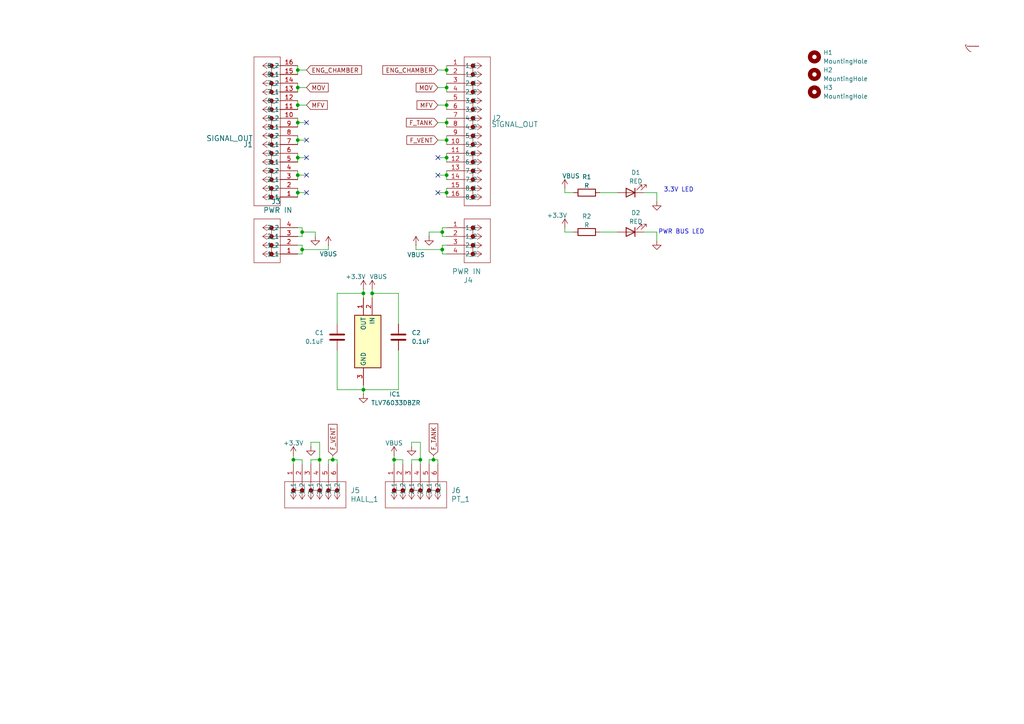
<source format=kicad_sch>
(kicad_sch (version 20231120) (generator "eeschema") (generator_version "8.0")
  (paper "A4")
  (lib_symbols
    (symbol "Device:C" (pin_numbers hide) (pin_names (offset 0.254))
      (property "Reference" "C" (at 0.635 2.54 0))
      (property "Value" "C" (at 0.635 -2.54 0))
      (symbol "C_1_1"
        (pin passive line (at 0 3.81 270) (length 2.794) (name "~") (number "1"))
        (pin passive line (at 0 -3.81 90) (length 2.794) (name "~") (number "2"))
      )
    )
    (symbol "Device:LED" (pin_numbers hide) (pin_names (offset 1.016) hide)
      (property "Reference" "D" (at 0 2.54 0))
      (property "Value" "LED" (at 0 -2.54 0))
      (symbol "LED_1_1"
        (pin passive line (at -3.81 0 0) (length 2.54) (name "K") (number "1"))
        (pin passive line (at 3.81 0 180) (length 2.54) (name "A") (number "2"))
      )
    )
    (symbol "Device:R" (pin_numbers hide) (pin_names (offset 0))
      (property "Reference" "R" (at 2.032 0 90))
      (property "Value" "R" (at 0 0 90))
      (symbol "R_1_1"
        (pin passive line (at 0 3.81 270) (length 1.27) (name "~") (number "1"))
        (pin passive line (at 0 -3.81 90) (length 1.27) (name "~") (number "2"))
      )
    )
    (symbol "Mechanical:MountingHole" (pin_names (offset 1.016)) (exclude_from_sim yes) (in_bom no)
      (property "Reference" "H" (at 0 5.08 0))
      (property "Value" "MountingHole" (at 0 3.175 0))
    )
    (symbol "SDSU RP:LOGO" (pin_names (offset 1.016)))
    (symbol "TLV76033DBZR:TLV76033DBZR"
      (property "Reference" "IC" (at 21.59 7.62 0))
      (property "Value" "TLV76033DBZR" (at 21.59 5.08 0))
      (symbol "TLV76033DBZR_1_1"
        (pin passive line (at 0 0 0) (length 5.08) (name "OUT") (number "1"))
        (pin passive line (at 0 -2.54 0) (length 5.08) (name "IN") (number "2"))
        (pin passive line (at 25.4 0 180) (length 5.08) (name "GND") (number "3"))
      )
    )
    (symbol "Wago_2601_1102:2601-1102" (pin_names (offset 0.254))
      (property "Reference" "J" (at 8.89 6.35 0))
      (property "Value" "2601-1102" (at 0 0 0))
      (symbol "2601-1102_1_1"
        (pin unspecified line (at 0 0 0) (length 5.08) (name "1_1") (number "1"))
        (pin unspecified line (at 0 -2.54 0) (length 5.08) (name "1_2") (number "2"))
        (pin unspecified line (at 0 -5.08 0) (length 5.08) (name "2_1") (number "3"))
        (pin unspecified line (at 0 -7.62 0) (length 5.08) (name "2_2") (number "4"))
      )
    )
    (symbol "Wago_2601_1103:2601-1103" (pin_names (offset 0.254))
      (property "Reference" "J" (at 8.89 6.35 0))
      (property "Value" "2601-1103" (at 0 0 0))
      (symbol "2601-1103_1_1"
        (pin unspecified line (at 0 0 0) (length 5.08) (name "1_1") (number "1"))
        (pin unspecified line (at 0 -2.54 0) (length 5.08) (name "1_2") (number "2"))
        (pin unspecified line (at 0 -5.08 0) (length 5.08) (name "2_1") (number "3"))
        (pin unspecified line (at 0 -7.62 0) (length 5.08) (name "2_2") (number "4"))
        (pin unspecified line (at 0 -10.16 0) (length 5.08) (name "3_1") (number "5"))
        (pin unspecified line (at 0 -12.7 0) (length 5.08) (name "3_2") (number "6"))
      )
    )
    (symbol "Wago_2601_1108:2601-1108" (pin_names (offset 0.254))
      (property "Reference" "J" (at 8.89 6.35 0))
      (property "Value" "2601-1108" (at 0 0 0))
      (symbol "2601-1108_1_1"
        (pin unspecified line (at 0 0 0) (length 5.08) (name "1_1") (number "1"))
        (pin unspecified line (at 0 -22.86 0) (length 5.08) (name "5_2") (number "10"))
        (pin unspecified line (at 0 -25.4 0) (length 5.08) (name "6_1") (number "11"))
        (pin unspecified line (at 0 -27.94 0) (length 5.08) (name "6_2") (number "12"))
        (pin unspecified line (at 0 -30.48 0) (length 5.08) (name "7_1") (number "13"))
        (pin unspecified line (at 0 -33.02 0) (length 5.08) (name "7_2") (number "14"))
        (pin unspecified line (at 0 -35.56 0) (length 5.08) (name "8_1") (number "15"))
        (pin unspecified line (at 0 -38.1 0) (length 5.08) (name "8_2") (number "16"))
        (pin unspecified line (at 0 -2.54 0) (length 5.08) (name "1_2") (number "2"))
        (pin unspecified line (at 0 -5.08 0) (length 5.08) (name "2_1") (number "3"))
        (pin unspecified line (at 0 -7.62 0) (length 5.08) (name "2_2") (number "4"))
        (pin unspecified line (at 0 -10.16 0) (length 5.08) (name "3_1") (number "5"))
        (pin unspecified line (at 0 -12.7 0) (length 5.08) (name "3_2") (number "6"))
        (pin unspecified line (at 0 -15.24 0) (length 5.08) (name "4_1") (number "7"))
        (pin unspecified line (at 0 -17.78 0) (length 5.08) (name "4_2") (number "8"))
        (pin unspecified line (at 0 -20.32 0) (length 5.08) (name "5_1") (number "9"))
      )
    )
    (symbol "power:+3.3V" (power) (pin_numbers hide) (pin_names (offset 0) hide)
      (property "Value" "+3.3V" (at 0 3.556 0))
      (symbol "+3.3V_1_1"
        (pin power_in line (at 0 0 90) (length 0) (name "~") (number "1"))
      )
    )
    (symbol "power:GND" (power) (pin_numbers hide) (pin_names (offset 0) hide)
      (property "Value" "GND" (at 0 -3.81 0))
      (symbol "GND_1_1"
        (pin power_in line (at 0 0 270) (length 0) (name "~") (number "1"))
      )
    )
    (symbol "power:VBUS" (power) (pin_numbers hide) (pin_names (offset 0) hide)
      (property "Value" "VBUS" (at 0 3.556 0))
      (symbol "VBUS_1_1"
        (pin power_in line (at 0 0 90) (length 0) (name "~") (number "1"))
      )
    )
  )
  (junction (at 86.36 40.64))
  (junction (at 87.63 72.39))
  (junction (at 86.36 25.4))
  (junction (at 87.63 67.31))
  (junction (at 121.92 133.35))
  (junction (at 129.54 20.32))
  (junction (at 85.09 133.35))
  (junction (at 129.54 40.64))
  (junction (at 125.73 133.35))
  (junction (at 86.36 55.88))
  (junction (at 129.54 55.88))
  (junction (at 105.41 85.09))
  (junction (at 86.36 50.8))
  (junction (at 92.71 133.35))
  (junction (at 86.36 30.48))
  (junction (at 129.54 35.56))
  (junction (at 128.27 72.39))
  (junction (at 96.52 133.35))
  (junction (at 86.36 35.56))
  (junction (at 129.54 50.8))
  (junction (at 129.54 30.48))
  (junction (at 86.36 45.72))
  (junction (at 105.41 113.03))
  (junction (at 129.54 25.4))
  (junction (at 107.95 85.09))
  (junction (at 128.27 67.31))
  (junction (at 86.36 20.32))
  (junction (at 114.3 133.35))
  (junction (at 129.54 45.72))
  (no_connect (at 88.9 45.72))
  (no_connect (at 88.9 35.56))
  (no_connect (at 88.9 50.8))
  (no_connect (at 127 55.88))
  (no_connect (at 127 50.8))
  (no_connect (at 88.9 40.64))
  (no_connect (at 127 45.72))
  (no_connect (at 88.9 55.88))
  (no_connect (at -7.62 213.36))
  (wire (pts (xy 107.95 83.82) (xy 107.95 85.09)))
  (wire (pts (xy 129.54 29.21) (xy 129.54 30.48)))
  (wire (pts (xy 114.3 134.62) (xy 114.3 133.35)))
  (wire (pts (xy 90.17 134.62) (xy 90.17 133.35)))
  (wire (pts (xy 129.54 25.4) (xy 129.54 26.67)))
  (wire (pts (xy 85.09 133.35) (xy 87.63 133.35)))
  (wire (pts (xy 97.79 93.98) (xy 97.79 85.09)))
  (wire (pts (xy 86.36 30.48) (xy 86.36 31.75)))
  (wire (pts (xy 92.71 128.27) (xy 92.71 133.35)))
  (wire (pts (xy 129.54 20.32) (xy 129.54 21.59)))
  (wire (pts (xy 115.57 93.98) (xy 115.57 85.09)))
  (wire (pts (xy 105.41 85.09) (xy 105.41 86.36)))
  (wire (pts (xy 125.73 132.08) (xy 125.73 133.35)))
  (wire (pts (xy 119.38 128.27) (xy 121.92 128.27)))
  (wire (pts (xy 105.41 113.03) (xy 105.41 114.3)))
  (wire (pts (xy 127 133.35) (xy 127 134.62)))
  (wire (pts (xy 90.17 129.54) (xy 90.17 128.27)))
  (wire (pts (xy 128.27 67.31) (xy 124.46 67.31)))
  (wire (pts (xy 86.36 39.37) (xy 86.36 40.64)))
  (wire (pts (xy 86.36 24.13) (xy 86.36 25.4)))
  (wire (pts (xy 128.27 72.39) (xy 120.65 72.39)))
  (wire (pts (xy 88.9 40.64) (xy 86.36 40.64)))
  (wire (pts (xy 86.36 19.05) (xy 86.36 20.32)))
  (wire (pts (xy 127 40.64) (xy 129.54 40.64)))
  (wire (pts (xy 86.36 54.61) (xy 86.36 55.88)))
  (wire (pts (xy 86.36 49.53) (xy 86.36 50.8)))
  (wire (pts (xy 90.17 128.27) (xy 92.71 128.27)))
  (wire (pts (xy 87.63 72.39) (xy 95.25 72.39)))
  (wire (pts (xy 86.36 71.12) (xy 87.63 71.12)))
  (wire (pts (xy 129.54 19.05) (xy 129.54 20.32)))
  (wire (pts (xy 124.46 133.35) (xy 125.73 133.35)))
  (wire (pts (xy 163.83 66.04) (xy 163.83 67.31)))
  (wire (pts (xy 88.9 55.88) (xy 86.36 55.88)))
  (wire (pts (xy 95.25 72.39) (xy 95.25 71.12)))
  (wire (pts (xy 128.27 73.66) (xy 129.54 73.66)))
  (wire (pts (xy 91.44 67.31) (xy 91.44 68.58)))
  (wire (pts (xy 127 45.72) (xy 129.54 45.72)))
  (wire (pts (xy 119.38 129.54) (xy 119.38 128.27)))
  (wire (pts (xy 107.95 85.09) (xy 115.57 85.09)))
  (wire (pts (xy 120.65 71.12) (xy 120.65 72.39)))
  (wire (pts (xy 86.36 40.64) (xy 86.36 41.91)))
  (wire (pts (xy 128.27 66.04) (xy 129.54 66.04)))
  (wire (pts (xy 86.36 68.58) (xy 87.63 68.58)))
  (wire (pts (xy 129.54 45.72) (xy 129.54 46.99)))
  (wire (pts (xy 190.5 67.31) (xy 190.5 69.85)))
  (wire (pts (xy 96.52 132.08) (xy 96.52 133.35)))
  (wire (pts (xy 86.36 44.45) (xy 86.36 45.72)))
  (wire (pts (xy 105.41 83.82) (xy 105.41 85.09)))
  (wire (pts (xy 97.79 101.6) (xy 97.79 113.03)))
  (wire (pts (xy 173.99 55.88) (xy 179.07 55.88)))
  (wire (pts (xy 97.79 85.09) (xy 105.41 85.09)))
  (wire (pts (xy 163.83 55.88) (xy 166.37 55.88)))
  (wire (pts (xy 119.38 133.35) (xy 121.92 133.35)))
  (wire (pts (xy 116.84 133.35) (xy 116.84 134.62)))
  (wire (pts (xy 88.9 45.72) (xy 86.36 45.72)))
  (wire (pts (xy 121.92 128.27) (xy 121.92 133.35)))
  (wire (pts (xy 129.54 30.48) (xy 129.54 31.75)))
  (wire (pts (xy 128.27 73.66) (xy 128.27 72.39)))
  (wire (pts (xy 115.57 101.6) (xy 115.57 113.03)))
  (wire (pts (xy 95.25 133.35) (xy 96.52 133.35)))
  (wire (pts (xy 129.54 44.45) (xy 129.54 45.72)))
  (wire (pts (xy 90.17 133.35) (xy 92.71 133.35)))
  (wire (pts (xy 121.92 133.35) (xy 121.92 134.62)))
  (wire (pts (xy 88.9 25.4) (xy 86.36 25.4)))
  (wire (pts (xy 95.25 134.62) (xy 95.25 133.35)))
  (wire (pts (xy 86.36 25.4) (xy 86.36 26.67)))
  (wire (pts (xy 129.54 54.61) (xy 129.54 55.88)))
  (wire (pts (xy 129.54 34.29) (xy 129.54 35.56)))
  (wire (pts (xy 129.54 55.88) (xy 129.54 57.15)))
  (wire (pts (xy 186.69 55.88) (xy 190.5 55.88)))
  (wire (pts (xy 86.36 55.88) (xy 86.36 57.15)))
  (wire (pts (xy 129.54 24.13) (xy 129.54 25.4)))
  (wire (pts (xy 85.09 134.62) (xy 85.09 133.35)))
  (wire (pts (xy 186.69 67.31) (xy 190.5 67.31)))
  (wire (pts (xy 86.36 35.56) (xy 86.36 36.83)))
  (wire (pts (xy 86.36 34.29) (xy 86.36 35.56)))
  (wire (pts (xy 114.3 132.08) (xy 114.3 133.35)))
  (wire (pts (xy 87.63 73.66) (xy 87.63 72.39)))
  (wire (pts (xy 129.54 40.64) (xy 129.54 41.91)))
  (wire (pts (xy 129.54 39.37) (xy 129.54 40.64)))
  (wire (pts (xy 85.09 132.08) (xy 85.09 133.35)))
  (wire (pts (xy 128.27 71.12) (xy 129.54 71.12)))
  (wire (pts (xy 127 50.8) (xy 129.54 50.8)))
  (wire (pts (xy 128.27 68.58) (xy 129.54 68.58)))
  (wire (pts (xy 88.9 50.8) (xy 86.36 50.8)))
  (wire (pts (xy 114.3 133.35) (xy 116.84 133.35)))
  (wire (pts (xy 105.41 111.76) (xy 105.41 113.03)))
  (wire (pts (xy 92.71 133.35) (xy 92.71 134.62)))
  (wire (pts (xy 86.36 45.72) (xy 86.36 46.99)))
  (wire (pts (xy 86.36 66.04) (xy 87.63 66.04)))
  (wire (pts (xy 124.46 134.62) (xy 124.46 133.35)))
  (wire (pts (xy 127 55.88) (xy 129.54 55.88)))
  (wire (pts (xy 87.63 67.31) (xy 91.44 67.31)))
  (wire (pts (xy 127 30.48) (xy 129.54 30.48)))
  (wire (pts (xy 86.36 29.21) (xy 86.36 30.48)))
  (wire (pts (xy 88.9 20.32) (xy 86.36 20.32)))
  (wire (pts (xy 96.52 133.35) (xy 97.79 133.35)))
  (wire (pts (xy 127 25.4) (xy 129.54 25.4)))
  (wire (pts (xy 128.27 71.12) (xy 128.27 72.39)))
  (wire (pts (xy 88.9 35.56) (xy 86.36 35.56)))
  (wire (pts (xy 87.63 71.12) (xy 87.63 72.39)))
  (wire (pts (xy 124.46 67.31) (xy 124.46 68.58)))
  (wire (pts (xy 163.83 67.31) (xy 166.37 67.31)))
  (wire (pts (xy 105.41 113.03) (xy 115.57 113.03)))
  (wire (pts (xy 88.9 30.48) (xy 86.36 30.48)))
  (wire (pts (xy 129.54 49.53) (xy 129.54 50.8)))
  (wire (pts (xy 87.63 133.35) (xy 87.63 134.62)))
  (wire (pts (xy 128.27 67.31) (xy 128.27 68.58)))
  (wire (pts (xy 173.99 67.31) (xy 179.07 67.31)))
  (wire (pts (xy 163.83 54.61) (xy 163.83 55.88)))
  (wire (pts (xy 86.36 20.32) (xy 86.36 21.59)))
  (wire (pts (xy 86.36 73.66) (xy 87.63 73.66)))
  (wire (pts (xy 128.27 66.04) (xy 128.27 67.31)))
  (wire (pts (xy 97.79 113.03) (xy 105.41 113.03)))
  (wire (pts (xy 97.79 133.35) (xy 97.79 134.62)))
  (wire (pts (xy 87.63 66.04) (xy 87.63 67.31)))
  (wire (pts (xy 129.54 35.56) (xy 129.54 36.83)))
  (wire (pts (xy 127 20.32) (xy 129.54 20.32)))
  (wire (pts (xy 129.54 50.8) (xy 129.54 52.07)))
  (wire (pts (xy 190.5 55.88) (xy 190.5 58.42)))
  (wire (pts (xy 119.38 134.62) (xy 119.38 133.35)))
  (wire (pts (xy 86.36 50.8) (xy 86.36 52.07)))
  (wire (pts (xy 127 35.56) (xy 129.54 35.56)))
  (wire (pts (xy 87.63 67.31) (xy 87.63 68.58)))
  (wire (pts (xy 107.95 85.09) (xy 107.95 86.36)))
  (wire (pts (xy 125.73 133.35) (xy 127 133.35)))
  (text "PWR BUS LED" (at 197.612 67.31 0) (effects (font (size 1.27 1.27))))
  (text "3.3V LED" (at 196.85 55.118 0) (effects (font (size 1.27 1.27))))
  (global_label "F_TANK" (shape input) (at 125.73 132.08 90) (property "Intersheetrefs" "${INTERSHEET_REFS}" (effects (hide yes))))
  (global_label "MOV" (shape input) (at 88.9 25.4 0) (property "Intersheetrefs" "${INTERSHEET_REFS}" (effects (hide yes))))
  (global_label "F_VENT" (shape input) (at 96.52 132.08 90) (property "Intersheetrefs" "${INTERSHEET_REFS}" (effects (hide yes))))
  (global_label "ENG_CHAMBER" (shape input) (at 127 20.32 180) (property "Intersheetrefs" "${INTERSHEET_REFS}" (effects (hide yes))))
  (global_label "MOV" (shape input) (at 127 25.4 180) (property "Intersheetrefs" "${INTERSHEET_REFS}" (effects (hide yes))))
  (global_label "ENG_CHAMBER" (shape input) (at 88.9 20.32 0) (property "Intersheetrefs" "${INTERSHEET_REFS}" (effects (hide yes))))
  (global_label "MFV" (shape input) (at 88.9 30.48 0) (property "Intersheetrefs" "${INTERSHEET_REFS}" (effects (hide yes))))
  (global_label "F_VENT" (shape input) (at 127 40.64 180) (property "Intersheetrefs" "${INTERSHEET_REFS}" (effects (hide yes))))
  (global_label "F_TANK" (shape input) (at 127 35.56 180) (property "Intersheetrefs" "${INTERSHEET_REFS}" (effects (hide yes))))
  (global_label "MFV" (shape input) (at 127 30.48 180) (property "Intersheetrefs" "${INTERSHEET_REFS}" (effects (hide yes))))
  (symbol (lib_id "Wago_2601_1102:2601-1102") (at 129.54 66.04 0) (unit 1)
    (property "Reference" "J4" (at 134.366 81.28 0) (effects (font (size 1.524 1.524)) (justify left)))
    (property "Value" "PWR IN" (at 131.064 78.74 0) (effects (font (size 1.524 1.524)) (justify left)))
    (property "Footprint" "Wago_2601_1102:CONN2_2601-1102_WAG" (effects (hide yes)))
    (property "Datasheet" "2601-1102" (effects (hide yes)))
  )
  (symbol (lib_id "power:VBUS") (at 95.25 71.12 0) (unit 1)
    (property "Reference" "#PWR07" (effects (hide yes)))
    (property "Value" "VBUS" (at 95.25 73.66 0))
    (property "Description" "Power symbol creates a global label with name \"VBUS\"" (effects (hide yes)))
  )
  (symbol (lib_id "Wago_2601_1108:2601-1108") (at 86.36 57.15 180) (unit 1)
    (property "Reference" "J1" (at 73.406 41.91 0) (effects (font (size 1.524 1.524)) (justify left)))
    (property "Value" "SIGNAL_OUT" (at 73.406 40.132 0) (effects (font (size 1.524 1.524)) (justify left)))
    (property "Footprint" "Wago_2601_1108:CONN8_2601-1108_WAG" (effects (hide yes)))
    (property "Datasheet" "2601-1108" (effects (hide yes)))
  )
  (symbol (lib_id "TLV76033DBZR:TLV76033DBZR") (at 105.41 86.36 90) (mirror x) (unit 1)
    (property "Reference" "IC1" (at 114.554 114.3 90))
    (property "Value" "TLV76033DBZR" (at 114.808 116.84 90))
    (property "Footprint" "TLV76033DBZR:SOT95P237X112-3N" (effects (hide yes)))
    (property "Datasheet" "https://www.ti.com/lit/gpn/TLV760" (effects (hide yes)))
    (property "Description" "100-mA, 30-V, low-dropout voltage regulator" (effects (hide yes)))
    (property "Height" "1.12" (effects (hide yes)))
    (property "Mouser Part Number" "595-TLV76033DBZR" (effects (hide yes)))
    (property "Mouser Price/Stock" "https://www.mouser.co.uk/ProductDetail/Texas-Instruments/TLV76033DBZR?qs=HXFqYaX1Q2ypNrzTk0Gsfw%3D%3D" (effects (hide yes)))
    (property "Manufacturer_Name" "Texas Instruments" (effects (hide yes)))
    (property "Manufacturer_Part_Number" "TLV76033DBZR" (effects (hide yes)))
  )
  (symbol (lib_id "Device:LED") (at 182.88 55.88 180) (unit 1)
    (property "Reference" "D1" (at 184.404 50.038 0))
    (property "Value" "RED" (at 184.404 52.578 0))
    (property "Footprint" "LED_SMD:LED_0805_2012Metric" (effects (hide yes)))
    (property "Description" "Light emitting diode" (effects (hide yes)))
  )
  (symbol (lib_id "power:VBUS") (at 107.95 83.82 0) (unit 1)
    (property "Reference" "#PWR010" (effects (hide yes)))
    (property "Value" "VBUS" (at 109.728 80.264 0))
    (property "Description" "Power symbol creates a global label with name \"VBUS\"" (effects (hide yes)))
  )
  (symbol (lib_id "power:VBUS") (at 114.3 132.08 0) (unit 1)
    (property "Reference" "#PWR015" (effects (hide yes)))
    (property "Value" "VBUS" (at 114.3 128.524 0))
    (property "Description" "Power symbol creates a global label with name \"VBUS\"" (effects (hide yes)))
  )
  (symbol (lib_id "Wago_2601_1102:2601-1102") (at 86.36 73.66 180) (unit 1)
    (property "Reference" "J3" (at 81.534 58.42 0) (effects (font (size 1.524 1.524)) (justify left)))
    (property "Value" "PWR IN" (at 84.836 60.96 0) (effects (font (size 1.524 1.524)) (justify left)))
    (property "Footprint" "Wago_2601_1102:CONN2_2601-1102_WAG" (effects (hide yes)))
    (property "Datasheet" "2601-1102" (effects (hide yes)))
  )
  (symbol (lib_id "Mechanical:MountingHole") (at 236.22 21.59 0) (unit 1) (exclude_from_sim yes) (in_bom no)
    (property "Reference" "H2" (at 238.76 20.3199 0) (effects (justify left)))
    (property "Value" "MountingHole" (at 238.76 22.8599 0) (effects (justify left)))
    (property "Footprint" "MountingHole:MountingHole_3.2mm_M3" (effects (hide yes)))
    (property "Description" "Mounting Hole without connection" (effects (hide yes)))
  )
  (symbol (lib_id "power:+3.3V") (at 85.09 132.08 0) (unit 1)
    (property "Reference" "#PWR014" (effects (hide yes)))
    (property "Value" "+3.3V" (at 85.09 128.524 0))
    (property "Description" "Power symbol creates a global label with name \"+3.3V\"" (effects (hide yes)))
  )
  (symbol (lib_id "Mechanical:MountingHole") (at 236.22 16.51 0) (unit 1) (exclude_from_sim yes) (in_bom no)
    (property "Reference" "H1" (at 238.76 15.2399 0) (effects (justify left)))
    (property "Value" "MountingHole" (at 238.76 17.7799 0) (effects (justify left)))
    (property "Footprint" "MountingHole:MountingHole_3.2mm_M3" (effects (hide yes)))
    (property "Description" "Mounting Hole without connection" (effects (hide yes)))
  )
  (symbol (lib_id "power:GND") (at 91.44 68.58 0) (unit 1)
    (property "Reference" "#PWR04" (effects (hide yes)))
    (property "Value" "GND" (effects (hide yes)))
    (property "Description" "Power symbol creates a global label with name \"GND\" , ground" (effects (hide yes)))
  )
  (symbol (lib_id "Wago_2601_1108:2601-1108") (at 129.54 19.05 0) (unit 1)
    (property "Reference" "J2" (at 142.494 34.29 0) (effects (font (size 1.524 1.524)) (justify left)))
    (property "Value" "SIGNAL_OUT" (at 142.494 36.068 0) (effects (font (size 1.524 1.524)) (justify left)))
    (property "Footprint" "Wago_2601_1108:CONN8_2601-1108_WAG" (effects (hide yes)))
    (property "Datasheet" "2601-1108" (effects (hide yes)))
  )
  (symbol (lib_id "power:GND") (at 119.38 129.54 0) (unit 1)
    (property "Reference" "#PWR013" (effects (hide yes)))
    (property "Value" "GND" (effects (hide yes)))
    (property "Description" "Power symbol creates a global label with name \"GND\" , ground" (effects (hide yes)))
  )
  (symbol (lib_id "power:GND") (at 190.5 58.42 0) (unit 1)
    (property "Reference" "#PWR02" (effects (hide yes)))
    (property "Value" "GND" (effects (hide yes)))
    (property "Description" "Power symbol creates a global label with name \"GND\" , ground" (effects (hide yes)))
  )
  (symbol (lib_id "power:+3.3V") (at 105.41 83.82 0) (unit 1)
    (property "Reference" "#PWR09" (effects (hide yes)))
    (property "Value" "+3.3V" (at 103.124 80.264 0))
    (property "Description" "Power symbol creates a global label with name \"+3.3V\"" (effects (hide yes)))
  )
  (symbol (lib_id "Device:R") (at 170.18 67.31 90) (unit 1)
    (property "Reference" "R2" (at 170.18 62.738 90))
    (property "Value" "R" (at 170.18 65.278 90))
    (property "Footprint" "Resistor_SMD:R_0805_2012Metric" (effects (hide yes)))
    (property "Description" "Resistor" (effects (hide yes)))
  )
  (symbol (lib_id "Device:C") (at 115.57 97.79 0) (unit 1)
    (property "Reference" "C2" (at 119.38 96.5199 0) (effects (justify left)))
    (property "Value" "0.1uF" (at 119.38 99.0599 0) (effects (justify left)))
    (property "Footprint" "Capacitor_SMD:C_0805_2012Metric" (effects (hide yes)))
    (property "Description" "Unpolarized capacitor" (effects (hide yes)))
  )
  (symbol (lib_id "power:GND") (at 105.41 114.3 0) (unit 1)
    (property "Reference" "#PWR011" (effects (hide yes)))
    (property "Value" "GND" (effects (hide yes)))
    (property "Description" "Power symbol creates a global label with name \"GND\" , ground" (effects (hide yes)))
  )
  (symbol (lib_id "power:GND") (at 124.46 68.58 0) (mirror y) (unit 1)
    (property "Reference" "#PWR05" (effects (hide yes)))
    (property "Value" "GND" (effects (hide yes)))
    (property "Description" "Power symbol creates a global label with name \"GND\" , ground" (effects (hide yes)))
  )
  (symbol (lib_id "Wago_2601_1103:2601-1103") (at 85.09 134.62 90) (mirror x) (unit 1)
    (property "Reference" "J5" (at 101.6 142.2399 90) (effects (font (size 1.524 1.524)) (justify right)))
    (property "Value" "HALL_1" (at 101.6 144.7799 90) (effects (font (size 1.524 1.524)) (justify right)))
    (property "Footprint" "Wago_2601_1103:CONN3_2601-1103_WAG" (effects (hide yes)))
    (property "Datasheet" "2601-1103" (effects (hide yes)))
  )
  (symbol (lib_id "Device:LED") (at 182.88 67.31 180) (unit 1)
    (property "Reference" "D2" (at 184.404 61.722 0))
    (property "Value" "RED" (at 184.404 64.262 0))
    (property "Footprint" "LED_SMD:LED_0805_2012Metric" (effects (hide yes)))
    (property "Description" "Light emitting diode" (effects (hide yes)))
  )
  (symbol (lib_id "power:VBUS") (at 120.65 71.12 0) (mirror y) (unit 1)
    (property "Reference" "#PWR08" (effects (hide yes)))
    (property "Value" "VBUS" (at 120.65 73.914 0))
    (property "Description" "Power symbol creates a global label with name \"VBUS\"" (effects (hide yes)))
  )
  (symbol (lib_id "Mechanical:MountingHole") (at 236.22 26.67 0) (unit 1) (exclude_from_sim yes) (in_bom no)
    (property "Reference" "H3" (at 238.76 25.3999 0) (effects (justify left)))
    (property "Value" "MountingHole" (at 238.76 27.9399 0) (effects (justify left)))
    (property "Footprint" "MountingHole:MountingHole_3.2mm_M3" (effects (hide yes)))
    (property "Description" "Mounting Hole without connection" (effects (hide yes)))
  )
  (symbol (lib_id "power:GND") (at 90.17 129.54 0) (unit 1)
    (property "Reference" "#PWR012" (effects (hide yes)))
    (property "Value" "GND" (effects (hide yes)))
    (property "Description" "Power symbol creates a global label with name \"GND\" , ground" (effects (hide yes)))
  )
  (symbol (lib_id "Device:C") (at 97.79 97.79 0) (mirror y) (unit 1)
    (property "Reference" "C1" (at 93.98 96.5199 0) (effects (justify left)))
    (property "Value" "0.1uF" (at 93.98 99.0599 0) (effects (justify left)))
    (property "Footprint" "Capacitor_SMD:C_0805_2012Metric" (effects (hide yes)))
    (property "Description" "Unpolarized capacitor" (effects (hide yes)))
  )
  (symbol (lib_id "Device:R") (at 170.18 55.88 90) (unit 1)
    (property "Reference" "R1" (at 170.18 51.308 90))
    (property "Value" "R" (at 170.18 53.848 90))
    (property "Footprint" "Resistor_SMD:R_0805_2012Metric" (effects (hide yes)))
    (property "Description" "Resistor" (effects (hide yes)))
  )
  (symbol (lib_id "power:VBUS") (at 163.83 54.61 0) (unit 1)
    (property "Reference" "#PWR01" (effects (hide yes)))
    (property "Value" "VBUS" (at 165.608 51.054 0))
    (property "Description" "Power symbol creates a global label with name \"VBUS\"" (effects (hide yes)))
  )
  (symbol (lib_id "power:+3.3V") (at 163.83 66.04 0) (unit 1)
    (property "Reference" "#PWR03" (effects (hide yes)))
    (property "Value" "+3.3V" (at 161.544 62.484 0))
    (property "Description" "Power symbol creates a global label with name \"+3.3V\"" (effects (hide yes)))
  )
  (symbol (lib_id "power:GND") (at 190.5 69.85 0) (unit 1)
    (property "Reference" "#PWR06" (effects (hide yes)))
    (property "Value" "GND" (effects (hide yes)))
    (property "Description" "Power symbol creates a global label with name \"GND\" , ground" (effects (hide yes)))
  )
  (symbol (lib_id "SDSU RP:LOGO") (at 281.94 13.97 0) (unit 1)
    (property "Reference" "#G1" (effects (hide yes)))
    (property "Value" "LOGO" (effects (hide yes)))
    (property "Footprint" "SDSU RP:RP_Logo" (effects (hide yes)))
  )
  (symbol (lib_id "Wago_2601_1103:2601-1103") (at 114.3 134.62 90) (mirror x) (unit 1)
    (property "Reference" "J6" (at 130.81 142.2399 90) (effects (font (size 1.524 1.524)) (justify right)))
    (property "Value" "PT_1" (at 130.81 144.7799 90) (effects (font (size 1.524 1.524)) (justify right)))
    (property "Footprint" "Wago_2601_1103:CONN3_2601-1103_WAG" (effects (hide yes)))
    (property "Datasheet" "2601-1103" (effects (hide yes)))
  )
)
</source>
